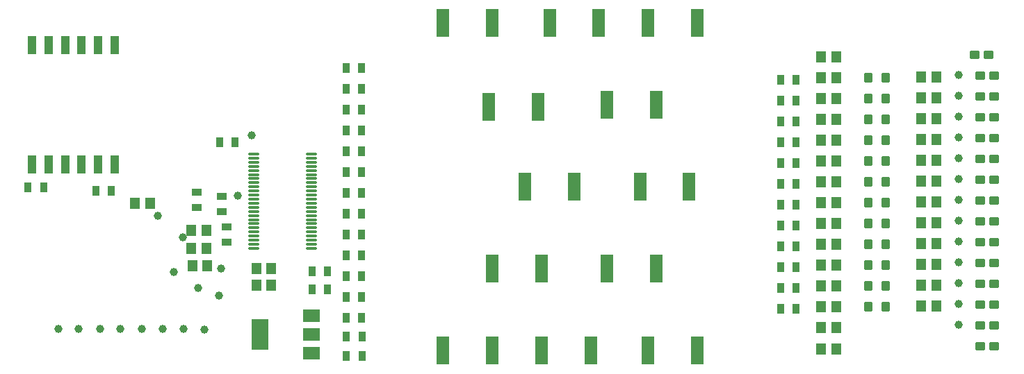
<source format=gtp>
G04*
G04 #@! TF.GenerationSoftware,Altium Limited,Altium Designer,23.11.1 (41)*
G04*
G04 Layer_Color=8421504*
%FSLAX44Y44*%
%MOMM*%
G71*
G04*
G04 #@! TF.SameCoordinates,025D5C86-A068-4BC3-B2EE-C31E22AC0A5F*
G04*
G04*
G04 #@! TF.FilePolarity,Positive*
G04*
G01*
G75*
G04:AMPARAMS|DCode=15|XSize=0.3mm|YSize=1.37mm|CornerRadius=0.075mm|HoleSize=0mm|Usage=FLASHONLY|Rotation=270.000|XOffset=0mm|YOffset=0mm|HoleType=Round|Shape=RoundedRectangle|*
%AMROUNDEDRECTD15*
21,1,0.3000,1.2200,0,0,270.0*
21,1,0.1500,1.3700,0,0,270.0*
1,1,0.1500,-0.6100,-0.0750*
1,1,0.1500,-0.6100,0.0750*
1,1,0.1500,0.6100,0.0750*
1,1,0.1500,0.6100,-0.0750*
%
%ADD15ROUNDEDRECTD15*%
%ADD16R,0.9000X1.3000*%
G04:AMPARAMS|DCode=17|XSize=1.2mm|YSize=1.1mm|CornerRadius=0.275mm|HoleSize=0mm|Usage=FLASHONLY|Rotation=270.000|XOffset=0mm|YOffset=0mm|HoleType=Round|Shape=RoundedRectangle|*
%AMROUNDEDRECTD17*
21,1,1.2000,0.5500,0,0,270.0*
21,1,0.6500,1.1000,0,0,270.0*
1,1,0.5500,-0.2750,-0.3250*
1,1,0.5500,-0.2750,0.3250*
1,1,0.5500,0.2750,0.3250*
1,1,0.5500,0.2750,-0.3250*
%
%ADD17ROUNDEDRECTD17*%
G04:AMPARAMS|DCode=18|XSize=1.08mm|YSize=1.22mm|CornerRadius=0.27mm|HoleSize=0mm|Usage=FLASHONLY|Rotation=270.000|XOffset=0mm|YOffset=0mm|HoleType=Round|Shape=RoundedRectangle|*
%AMROUNDEDRECTD18*
21,1,1.0800,0.6800,0,0,270.0*
21,1,0.5400,1.2200,0,0,270.0*
1,1,0.5400,-0.3400,-0.2700*
1,1,0.5400,-0.3400,0.2700*
1,1,0.5400,0.3400,0.2700*
1,1,0.5400,0.3400,-0.2700*
%
%ADD18ROUNDEDRECTD18*%
%ADD19C,1.0000*%
%ADD20R,1.1500X1.3500*%
%ADD21R,1.0200X2.2000*%
%ADD22R,1.5000X3.5000*%
%ADD23R,1.3000X0.9000*%
%ADD24R,2.0000X3.8000*%
%ADD25R,2.0000X1.5000*%
D15*
X340000Y205000D02*
D03*
Y210000D02*
D03*
X410000Y175000D02*
D03*
Y180000D02*
D03*
Y185000D02*
D03*
Y190000D02*
D03*
Y195000D02*
D03*
Y200000D02*
D03*
Y205000D02*
D03*
Y210000D02*
D03*
Y215000D02*
D03*
Y220000D02*
D03*
Y225000D02*
D03*
Y230000D02*
D03*
Y235000D02*
D03*
Y240000D02*
D03*
Y245000D02*
D03*
Y250000D02*
D03*
Y255000D02*
D03*
Y260000D02*
D03*
Y265000D02*
D03*
Y270000D02*
D03*
Y275000D02*
D03*
Y280000D02*
D03*
Y285000D02*
D03*
Y290000D02*
D03*
X340000Y175000D02*
D03*
Y180000D02*
D03*
Y185000D02*
D03*
Y190000D02*
D03*
Y195000D02*
D03*
Y200000D02*
D03*
Y215000D02*
D03*
Y220000D02*
D03*
Y225000D02*
D03*
Y230000D02*
D03*
Y235000D02*
D03*
Y240000D02*
D03*
Y245000D02*
D03*
Y250000D02*
D03*
Y255000D02*
D03*
Y260000D02*
D03*
Y265000D02*
D03*
Y270000D02*
D03*
Y275000D02*
D03*
Y280000D02*
D03*
Y285000D02*
D03*
Y290000D02*
D03*
D16*
X429750Y125000D02*
D03*
X410750D02*
D03*
X452000Y115616D02*
D03*
X471000D02*
D03*
X452000Y141016D02*
D03*
X471000D02*
D03*
Y166416D02*
D03*
X452000D02*
D03*
Y191816D02*
D03*
X471000D02*
D03*
X452000Y217216D02*
D03*
X471000D02*
D03*
X452000Y242616D02*
D03*
X471000D02*
D03*
X452000Y268016D02*
D03*
X471000D02*
D03*
X452000Y369616D02*
D03*
X471000D02*
D03*
X452000Y395016D02*
D03*
X471000D02*
D03*
X64840Y249000D02*
D03*
X83840D02*
D03*
X166500Y245250D02*
D03*
X147500D02*
D03*
X410500Y147000D02*
D03*
X429500D02*
D03*
X981100Y127000D02*
D03*
X1000100D02*
D03*
X981100Y152400D02*
D03*
X1000100D02*
D03*
X981100Y177800D02*
D03*
X1000100D02*
D03*
X981100Y203200D02*
D03*
X1000100D02*
D03*
X981100Y228600D02*
D03*
X1000100D02*
D03*
X981100Y254000D02*
D03*
X1000100D02*
D03*
X981100Y279400D02*
D03*
X1000100D02*
D03*
X981100Y304800D02*
D03*
X1000100D02*
D03*
X981100Y330200D02*
D03*
X1000100D02*
D03*
X981100Y355600D02*
D03*
X1000100D02*
D03*
X981100Y381000D02*
D03*
X1000100D02*
D03*
X452000Y90216D02*
D03*
X471000D02*
D03*
X981100Y101600D02*
D03*
X1000100D02*
D03*
X316840Y304800D02*
D03*
X297840D02*
D03*
X452500Y67000D02*
D03*
X471500D02*
D03*
X452500Y44000D02*
D03*
X471500D02*
D03*
X452000Y293420D02*
D03*
X471000D02*
D03*
X452000Y318820D02*
D03*
X471000D02*
D03*
X452000Y344216D02*
D03*
X471000D02*
D03*
D17*
X1088000Y383000D02*
D03*
X1109000D02*
D03*
X1088000Y103600D02*
D03*
X1109000D02*
D03*
X1088000Y129000D02*
D03*
X1109000D02*
D03*
X1088000Y154400D02*
D03*
X1109000D02*
D03*
X1088000Y179800D02*
D03*
X1109000D02*
D03*
X1088000Y205200D02*
D03*
X1109000D02*
D03*
X1088000Y230600D02*
D03*
X1109000D02*
D03*
X1088000Y256000D02*
D03*
X1109000D02*
D03*
X1088000Y281400D02*
D03*
X1109000D02*
D03*
X1088000Y306800D02*
D03*
X1109000D02*
D03*
X1088000Y332200D02*
D03*
X1109000D02*
D03*
X1088000Y357600D02*
D03*
X1109000D02*
D03*
D18*
X1241650Y386050D02*
D03*
X1224850D02*
D03*
X1218010Y411450D02*
D03*
X1234810D02*
D03*
X1241650Y360650D02*
D03*
X1224850D02*
D03*
X1241650Y259050D02*
D03*
X1224850D02*
D03*
X1241650Y284450D02*
D03*
X1224850D02*
D03*
X1241650Y309850D02*
D03*
X1224850D02*
D03*
X1241650Y335250D02*
D03*
X1224850D02*
D03*
X1241650Y132050D02*
D03*
X1224850D02*
D03*
Y157450D02*
D03*
X1241650D02*
D03*
Y182850D02*
D03*
X1224850D02*
D03*
X1241650Y208250D02*
D03*
X1224850D02*
D03*
X1241650Y55850D02*
D03*
X1224850D02*
D03*
Y81250D02*
D03*
X1241650D02*
D03*
Y106650D02*
D03*
X1224850D02*
D03*
X1241650Y233650D02*
D03*
X1224850D02*
D03*
D19*
X1198500Y360750D02*
D03*
Y386150D02*
D03*
Y284550D02*
D03*
Y335350D02*
D03*
Y309950D02*
D03*
Y81350D02*
D03*
Y106750D02*
D03*
Y132150D02*
D03*
Y157550D02*
D03*
Y182950D02*
D03*
Y208350D02*
D03*
Y233750D02*
D03*
Y259150D02*
D03*
X101661Y76750D02*
D03*
X126687D02*
D03*
X152400D02*
D03*
X177125Y76525D02*
D03*
X203200Y76750D02*
D03*
X229000D02*
D03*
X254000D02*
D03*
X279400Y76200D02*
D03*
X320113Y239500D02*
D03*
X300000Y150000D02*
D03*
X222500Y215000D02*
D03*
X297000Y117000D02*
D03*
X252925Y188500D02*
D03*
X337000Y313000D02*
D03*
X272000Y127000D02*
D03*
X242000Y146000D02*
D03*
D20*
X1171000Y308200D02*
D03*
X1152500D02*
D03*
X1171000Y333600D02*
D03*
X1152500D02*
D03*
X1171000Y359000D02*
D03*
X1152500D02*
D03*
X1171000Y384400D02*
D03*
X1152500D02*
D03*
X1171000Y155800D02*
D03*
X1152500D02*
D03*
X1171000Y130400D02*
D03*
X1152500D02*
D03*
X1171000Y105000D02*
D03*
X1152500D02*
D03*
X1171000Y181200D02*
D03*
X1152500D02*
D03*
X1171000Y206600D02*
D03*
X1152500D02*
D03*
X1171000Y232000D02*
D03*
X1152500D02*
D03*
X1171000Y257400D02*
D03*
X1152500D02*
D03*
X1171000Y282800D02*
D03*
X1152500D02*
D03*
X1030500Y230750D02*
D03*
X1049000D02*
D03*
X1030500Y256150D02*
D03*
X1049000D02*
D03*
X1030500Y281550D02*
D03*
X1049000D02*
D03*
X1030500Y306950D02*
D03*
X1049000D02*
D03*
X1030500Y332350D02*
D03*
X1049000D02*
D03*
X1030500Y357750D02*
D03*
X1049000D02*
D03*
X1030500Y383150D02*
D03*
X1049000D02*
D03*
X1030500Y408550D02*
D03*
X1049000D02*
D03*
X1030500Y103750D02*
D03*
X1049000D02*
D03*
X1030500Y78350D02*
D03*
X1049000D02*
D03*
X213250Y230000D02*
D03*
X194750D02*
D03*
X361250Y150000D02*
D03*
X342750D02*
D03*
Y130000D02*
D03*
X361250D02*
D03*
X1030500Y129150D02*
D03*
X1049000D02*
D03*
X1030500Y154550D02*
D03*
X1049000D02*
D03*
X1030500Y179950D02*
D03*
X1049000D02*
D03*
X1030500Y205350D02*
D03*
X1049000D02*
D03*
X1049200Y52150D02*
D03*
X1030700D02*
D03*
X263750Y197000D02*
D03*
X282250D02*
D03*
X263750Y175000D02*
D03*
X282250D02*
D03*
X283250Y154000D02*
D03*
X264750D02*
D03*
D21*
X130000Y277000D02*
D03*
X170000D02*
D03*
X70000D02*
D03*
X110000D02*
D03*
X150000Y423000D02*
D03*
X130000D02*
D03*
X90000D02*
D03*
X150000Y277000D02*
D03*
X90000D02*
D03*
X170000Y423000D02*
D03*
X110000D02*
D03*
X70000D02*
D03*
D22*
X880000Y50000D02*
D03*
X820000D02*
D03*
X630000D02*
D03*
X570000D02*
D03*
X690000D02*
D03*
X750000D02*
D03*
X770000Y150000D02*
D03*
X830000D02*
D03*
X630000D02*
D03*
X690000D02*
D03*
X810000Y250000D02*
D03*
X870000D02*
D03*
X670000D02*
D03*
X730000D02*
D03*
X625800Y347980D02*
D03*
X685800D02*
D03*
X770000Y350000D02*
D03*
X830000D02*
D03*
X570000Y450000D02*
D03*
X630000D02*
D03*
X820000D02*
D03*
X880000D02*
D03*
X700000D02*
D03*
X760000D02*
D03*
D23*
X307000Y182500D02*
D03*
Y201500D02*
D03*
X270000Y224750D02*
D03*
Y243750D02*
D03*
X301000Y219500D02*
D03*
Y238500D02*
D03*
D24*
X347000Y70000D02*
D03*
D25*
X410000Y93000D02*
D03*
Y47000D02*
D03*
Y70000D02*
D03*
M02*

</source>
